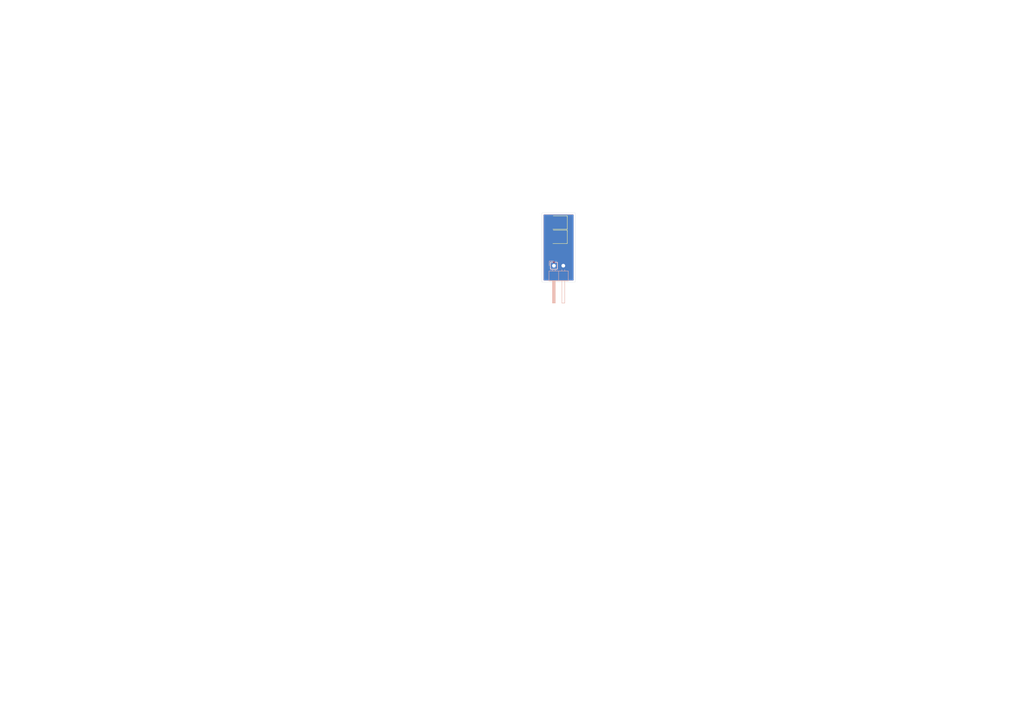
<source format=kicad_pcb>
(kicad_pcb (version 20240108) (generator "pcbnew") (generator_version "8.0")
  (layers (0 "F.Cu" signal) (31 "B.Cu" signal) (34 "B.Paste" user) (35 "F.Paste" user) (36 "B.SilkS" user "B.Silkscreen") (37 "F.SilkS" user "F.Silkscreen") (38 "B.Mask" user) (39 "F.Mask" user) (44 "Edge.Cuts" user))
  (net 0 "")
  (net 1 "+3V3")
  (net 2 "GNDREF")
  (footprint "Library:led2835" (layer "F.Cu") (at 160.953578 70.246078 180)
    (property "Reference" "D1" (hide yes))
    (property "Value" "LED")
    (fp_line (start 1.4 -1.8) (end -2.2 -1.8) (stroke (width 0.12)) (layer "F.SilkS"))
    (fp_line (start 1.3 1.8) (end -2.3 1.8) (stroke (width 0.12)) (layer "F.SilkS"))
    (fp_line (start -2.2 -1.8) (end -2.5 -1.8) (stroke (width 0.12)) (layer "F.SilkS"))
    (fp_line (start -2.3 1.8) (end -2.5 1.8) (stroke (width 0.12)) (layer "F.SilkS"))
    (fp_line (start -2.5 1.8) (end -2.499999 1.4) (stroke (width 0.12)) (layer "F.SilkS"))
    (fp_line (start -2.5 -1.6) (end -2.5 1.6) (stroke (width 0.12)) (layer "F.SilkS"))
    (fp_line (start -2.5 -1.6) (end -2.5 -1.8) (stroke (width 0.12)) (layer "F.SilkS"))
    (pad "1" smd roundrect (at -0.9 0 180) (size 2.2 2.2) (layers "F.Cu" "F.Paste" "F.Mask") (roundrect_rratio 0.1) (net 2 "GNDREF"))
    (pad "2" smd roundrect (at 1.375 0 180) (size 1.25 2.2) (layers "F.Cu" "F.Paste" "F.Mask") (roundrect_rratio 0.1) (net 1 "+3V3"))
  )
  (footprint "Library:led2835" (layer "F.Cu") (at 160.953578 74.121078 180)
    (property "Reference" "D2" (hide yes))
    (property "Value" "LED")
    (fp_line (start 1.4 -1.8) (end -2.2 -1.8) (stroke (width 0.12)) (layer "F.SilkS"))
    (fp_line (start 1.3 1.8) (end -2.3 1.8) (stroke (width 0.12)) (layer "F.SilkS"))
    (fp_line (start -2.2 -1.8) (end -2.5 -1.8) (stroke (width 0.12)) (layer "F.SilkS"))
    (fp_line (start -2.3 1.8) (end -2.5 1.8) (stroke (width 0.12)) (layer "F.SilkS"))
    (fp_line (start -2.5 1.8) (end -2.499999 1.4) (stroke (width 0.12)) (layer "F.SilkS"))
    (fp_line (start -2.5 -1.6) (end -2.5 1.6) (stroke (width 0.12)) (layer "F.SilkS"))
    (fp_line (start -2.5 -1.6) (end -2.5 -1.8) (stroke (width 0.12)) (layer "F.SilkS"))
    (pad "1" smd roundrect (at -0.9 0 180) (size 2.2 2.2) (layers "F.Cu" "F.Paste" "F.Mask") (roundrect_rratio 0.1) (net 2 "GNDREF"))
    (pad "2" smd roundrect (at 1.375 0 180) (size 1.25 2.2) (layers "F.Cu" "F.Paste" "F.Mask") (roundrect_rratio 0.1) (net 1 "+3V3"))
  )
  (footprint "Connector_PinHeader_2.54mm:PinHeader_1x02_P2.54mm_Horizontal" (layer "B.Cu") (at 159.826078 81.933578 -90)
    (property "Reference" "J1" (hide yes))
    (property "Value" "Conn_01x02")
    (fp_line (start 1.44 1.33) (end 4.1 1.33) (stroke (width 0.12)) (layer "B.SilkS"))
    (fp_line (start 4.1 1.33) (end 4.1 -3.87) (stroke (width 0.12)) (layer "B.SilkS"))
    (fp_line (start 0 1.270001) (end -1.27 1.27) (stroke (width 0.12)) (layer "B.SilkS"))
    (fp_line (start -1.27 1.27) (end -1.270001 0) (stroke (width 0.12)) (layer "B.SilkS"))
    (fp_line (start 1.44 0.38) (end 1.11 0.38) (stroke (width 0.12)) (layer "B.SilkS"))
    (fp_line (start 10.1 0.38) (end 4.1 0.38) (stroke (width 0.12)) (layer "B.SilkS"))
    (fp_line (start 10.1 0.32) (end 4.1 0.32) (stroke (width 0.12)) (layer "B.SilkS"))
    (fp_line (start 10.1 0.2) (end 4.1 0.2) (stroke (width 0.12)) (layer "B.SilkS"))
    (fp_line (start 10.1 0.08) (end 4.1 0.08) (stroke (width 0.12)) (layer "B.SilkS"))
    (fp_line (start 10.1 -0.04) (end 4.1 -0.04) (stroke (width 0.12)) (layer "B.SilkS"))
    (fp_line (start 10.1 -0.160001) (end 4.1 -0.16) (stroke (width 0.12)) (layer "B.SilkS"))
    (fp_line (start 10.1 -0.279999) (end 4.1 -0.28) (stroke (width 0.12)) (layer "B.SilkS"))
    (fp_line (start 1.44 -0.38) (end 1.11 -0.38) (stroke (width 0.12)) (layer "B.SilkS"))
    (fp_line (start 4.1 -0.38) (end 10.1 -0.38) (stroke (width 0.12)) (layer "B.SilkS"))
    (fp_line (start 10.1 -0.38) (end 10.1 0.38) (stroke (width 0.12)) (layer "B.SilkS"))
    (fp_line (start 4.1 -1.27) (end 1.44 -1.27) (stroke (width 0.12)) (layer "B.SilkS"))
    (fp_line (start 1.44 -2.16) (end 1.042929 -2.16) (stroke (width 0.12)) (layer "B.SilkS"))
    (fp_line (start 10.1 -2.16) (end 4.1 -2.16) (stroke (width 0.12)) (layer "B.SilkS"))
    (fp_line (start 1.44 -2.92) (end 1.042929 -2.92) (stroke (width 0.12)) (layer "B.SilkS"))
    (fp_line (start 4.1 -2.92) (end 10.1 -2.92) (stroke (width 0.12)) (layer "B.SilkS"))
    (fp_line (start 10.1 -2.92) (end 10.1 -2.16) (stroke (width 0.12)) (layer "B.SilkS"))
    (fp_line (start 1.44 -3.87) (end 1.44 1.33) (stroke (width 0.12)) (layer "B.SilkS"))
    (fp_line (start 4.1 -3.87) (end 1.44 -3.87) (stroke (width 0.12)) (layer "B.SilkS"))
    (pad "1" thru_hole rect (at 0 0 270) (size 1.7 1.7) (drill 1) (layers "*.Cu" "*.Mask") (net 1 "+3V3"))
    (pad "2" thru_hole oval (at 0 -2.54 270) (size 1.7 1.7) (drill 1) (layers "*.Cu" "*.Mask") (net 2 "GNDREF"))
  )
  (gr_arc (start 165.633579 86.208579) (mid 165.575 86.35) (end 165.433579 86.408579) (stroke (width 0.05)) (layer "Edge.Cuts"))
  (gr_line (start 156.758577 67.608577) (end 165.433579 67.608577) (stroke (width 0.05)) (layer "Edge.Cuts"))
  (gr_arc (start 165.433579 67.608577) (mid 165.574999 67.667157) (end 165.633579 67.808577) (stroke (width 0.05)) (layer "Edge.Cuts"))
  (gr_line (start 156.558577 86.208579) (end 156.558577 67.808577) (stroke (width 0.05)) (layer "Edge.Cuts"))
  (gr_arc (start 156.558577 67.808577) (mid 156.617156 67.667156) (end 156.758577 67.608577) (stroke (width 0.05)) (layer "Edge.Cuts"))
  (gr_line (start 165.633579 67.808577) (end 165.633579 86.208579) (stroke (width 0.05)) (layer "Edge.Cuts"))
  (gr_arc (start 156.758577 86.408579) (mid 156.617156 86.35) (end 156.558577 86.208579) (stroke (width 0.05)) (layer "Edge.Cuts"))
  (gr_line (start 165.433579 86.408579) (end 156.758577 86.408579) (stroke (width 0.05)) (layer "Edge.Cuts"))
  (segment (start 159.571078 70.253578) (end 159.578578 70.246078) (width 0.5) (layer "F.Cu") (net 1))
  (segment (start 159.826078 78.388578) (end 159.571078 78.133578) (width 0.5) (layer "F.Cu") (net 1))
  (segment (start 159.571078 78.133578) (end 159.571078 70.253578) (width 0.5) (layer "F.Cu") (net 1))
  (segment (start 159.826078 81.933578) (end 159.826078 78.388578) (width 0.5) (layer "F.Cu") (net 1))
  (zone (net 2) (net_name "GNDREF") (layers "F&B.Cu") (connect_pads yes (clearance 0.2)) (min_thickness 0.2) (fill yes (thermal_gap 0.5) (thermal_bridge_width 0.5) (smoothing fillet) (radius 0.2))
    (polygon (pts (xy 9.996078 10.008578) (xy 286.996078 10.008578) (xy 286.971078 200.008578) (xy 9.996078 200.008578)))
  )
)
</source>
